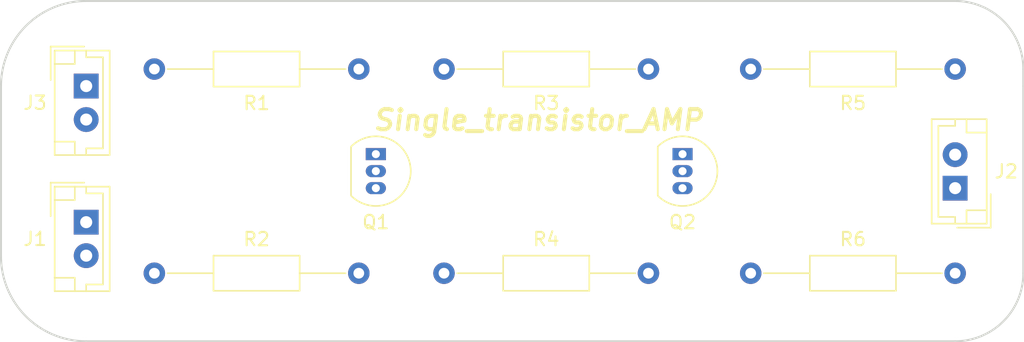
<source format=kicad_pcb>
(kicad_pcb (version 4) (host pcbnew 4.0.7)

  (general
    (links 17)
    (no_connects 17)
    (area 98.984999 76.124999 175.347143 101.675001)
    (thickness 1.6)
    (drawings 10)
    (tracks 0)
    (zones 0)
    (modules 11)
    (nets 8)
  )

  (page A4)
  (title_block
    (title Single_transistor_AMP)
    (date 2018-04-08)
    (rev V1.0)
    (company "Ventspils Augstskola")
    (comment 1 "Jevgēņijs Černovs")
    (comment 2 Autors:)
    (comment 3 "PCB_CAD Kurss")
  )

  (layers
    (0 F.Cu signal)
    (31 B.Cu signal)
    (34 B.Paste user)
    (35 F.Paste user)
    (37 F.SilkS user)
    (38 B.Mask user)
    (39 F.Mask user)
    (40 Dwgs.User user)
    (44 Edge.Cuts user)
    (45 Margin user)
    (47 F.CrtYd user)
  )

  (setup
    (last_trace_width 0.25)
    (trace_clearance 0.2)
    (zone_clearance 0.508)
    (zone_45_only no)
    (trace_min 0.2)
    (segment_width 0.2)
    (edge_width 0.15)
    (via_size 0.6)
    (via_drill 0.4)
    (via_min_size 0.4)
    (via_min_drill 0.3)
    (uvia_size 0.3)
    (uvia_drill 0.1)
    (uvias_allowed no)
    (uvia_min_size 0.2)
    (uvia_min_drill 0.1)
    (pcb_text_width 0.3)
    (pcb_text_size 1.5 1.5)
    (mod_edge_width 0.15)
    (mod_text_size 1 1)
    (mod_text_width 0.15)
    (pad_size 1.524 1.524)
    (pad_drill 0.762)
    (pad_to_mask_clearance 0.2)
    (aux_axis_origin 0 0)
    (visible_elements 7FFFFFFF)
    (pcbplotparams
      (layerselection 0x00030_80000001)
      (usegerberextensions false)
      (excludeedgelayer true)
      (linewidth 0.100000)
      (plotframeref false)
      (viasonmask false)
      (mode 1)
      (useauxorigin false)
      (hpglpennumber 1)
      (hpglpenspeed 20)
      (hpglpendiameter 15)
      (hpglpenoverlay 2)
      (psnegative false)
      (psa4output false)
      (plotreference true)
      (plotvalue true)
      (plotinvisibletext false)
      (padsonsilk false)
      (subtractmaskfromsilk false)
      (outputformat 1)
      (mirror false)
      (drillshape 1)
      (scaleselection 1)
      (outputdirectory ""))
  )

  (net 0 "")
  (net 1 "Net-(J1-Pad1)")
  (net 2 GND)
  (net 3 "Net-(J2-Pad2)")
  (net 4 +12V)
  (net 5 "Net-(Q1-Pad3)")
  (net 6 "Net-(Q1-Pad1)")
  (net 7 "Net-(Q2-Pad3)")

  (net_class Default "This is the default net class."
    (clearance 0.2)
    (trace_width 0.25)
    (via_dia 0.6)
    (via_drill 0.4)
    (uvia_dia 0.3)
    (uvia_drill 0.1)
    (add_net +12V)
    (add_net GND)
    (add_net "Net-(J1-Pad1)")
    (add_net "Net-(J2-Pad2)")
    (add_net "Net-(Q1-Pad1)")
    (add_net "Net-(Q1-Pad3)")
    (add_net "Net-(Q2-Pad3)")
  )

  (net_class Power ""
    (clearance 0.5)
    (trace_width 0.5)
    (via_dia 1.2)
    (via_drill 0.8)
    (uvia_dia 0.3)
    (uvia_drill 0.1)
  )

  (module Connectors_JST:JST_EH_B02B-EH-A_02x2.50mm_Straight (layer F.Cu) (tedit 58A3B0B5) (tstamp 5ACA0B47)
    (at 113.03 106.68 270)
    (descr "JST EH series connector, B02B-EH-A, 2.50mm pitch, top entry")
    (tags "connector jst eh top vertical straight")
    (path /5AAA3699)
    (fp_text reference J1 (at 1.25 3.81 360) (layer F.SilkS)
      (effects (font (size 1 1) (thickness 0.15)))
    )
    (fp_text value Signal_In (at 1.25 3.5 270) (layer F.Fab)
      (effects (font (size 1 1) (thickness 0.15)))
    )
    (fp_text user %R (at 1.25 -3 270) (layer F.Fab)
      (effects (font (size 1 1) (thickness 0.15)))
    )
    (fp_line (start -2.5 -1.6) (end -2.5 2.2) (layer F.Fab) (width 0.1))
    (fp_line (start -2.5 2.2) (end 5 2.2) (layer F.Fab) (width 0.1))
    (fp_line (start 5 2.2) (end 5 -1.6) (layer F.Fab) (width 0.1))
    (fp_line (start 5 -1.6) (end -2.5 -1.6) (layer F.Fab) (width 0.1))
    (fp_line (start -2.65 -1.75) (end -2.65 2.35) (layer F.SilkS) (width 0.12))
    (fp_line (start -2.65 2.35) (end 5.15 2.35) (layer F.SilkS) (width 0.12))
    (fp_line (start 5.15 2.35) (end 5.15 -1.75) (layer F.SilkS) (width 0.12))
    (fp_line (start 5.15 -1.75) (end -2.65 -1.75) (layer F.SilkS) (width 0.12))
    (fp_line (start -2.65 0) (end -2.15 0) (layer F.SilkS) (width 0.12))
    (fp_line (start -2.15 0) (end -2.15 -1.25) (layer F.SilkS) (width 0.12))
    (fp_line (start -2.15 -1.25) (end 4.65 -1.25) (layer F.SilkS) (width 0.12))
    (fp_line (start 4.65 -1.25) (end 4.65 0) (layer F.SilkS) (width 0.12))
    (fp_line (start 4.65 0) (end 5.15 0) (layer F.SilkS) (width 0.12))
    (fp_line (start -2.65 0.85) (end -1.65 0.85) (layer F.SilkS) (width 0.12))
    (fp_line (start -1.65 0.85) (end -1.65 2.35) (layer F.SilkS) (width 0.12))
    (fp_line (start 5.15 0.85) (end 4.15 0.85) (layer F.SilkS) (width 0.12))
    (fp_line (start 4.15 0.85) (end 4.15 2.35) (layer F.SilkS) (width 0.12))
    (fp_line (start -2.95 0.15) (end -2.95 2.65) (layer F.SilkS) (width 0.12))
    (fp_line (start -2.95 2.65) (end -0.45 2.65) (layer F.SilkS) (width 0.12))
    (fp_line (start -2.95 0.15) (end -2.95 2.65) (layer F.Fab) (width 0.1))
    (fp_line (start -2.95 2.65) (end -0.45 2.65) (layer F.Fab) (width 0.1))
    (fp_line (start -3.15 -2.25) (end -3.15 2.85) (layer F.CrtYd) (width 0.05))
    (fp_line (start -3.15 2.85) (end 5.65 2.85) (layer F.CrtYd) (width 0.05))
    (fp_line (start 5.65 2.85) (end 5.65 -2.25) (layer F.CrtYd) (width 0.05))
    (fp_line (start 5.65 -2.25) (end -3.15 -2.25) (layer F.CrtYd) (width 0.05))
    (pad 1 thru_hole rect (at 0 0 270) (size 1.85 1.85) (drill 0.9) (layers *.Cu *.Mask)
      (net 1 "Net-(J1-Pad1)"))
    (pad 2 thru_hole circle (at 2.5 0 270) (size 1.85 1.85) (drill 0.9) (layers *.Cu *.Mask)
      (net 2 GND))
    (model Connectors_JST.3dshapes/JST_EH_B02B-EH-A_02x2.50mm_Straight.wrl
      (at (xyz 0 0 0))
      (scale (xyz 1 1 1))
      (rotate (xyz 0 0 0))
    )
  )

  (module Connectors_JST:JST_EH_B02B-EH-A_02x2.50mm_Straight (layer F.Cu) (tedit 58A3B0B5) (tstamp 5ACA0B67)
    (at 177.8 104.14 90)
    (descr "JST EH series connector, B02B-EH-A, 2.50mm pitch, top entry")
    (tags "connector jst eh top vertical straight")
    (path /5AAA36ED)
    (fp_text reference J2 (at 1.25 3.81 180) (layer F.SilkS)
      (effects (font (size 1 1) (thickness 0.15)))
    )
    (fp_text value Signal_Out (at 1.25 3.5 90) (layer F.Fab)
      (effects (font (size 1 1) (thickness 0.15)))
    )
    (fp_text user %R (at 1.25 -3 90) (layer F.Fab)
      (effects (font (size 1 1) (thickness 0.15)))
    )
    (fp_line (start -2.5 -1.6) (end -2.5 2.2) (layer F.Fab) (width 0.1))
    (fp_line (start -2.5 2.2) (end 5 2.2) (layer F.Fab) (width 0.1))
    (fp_line (start 5 2.2) (end 5 -1.6) (layer F.Fab) (width 0.1))
    (fp_line (start 5 -1.6) (end -2.5 -1.6) (layer F.Fab) (width 0.1))
    (fp_line (start -2.65 -1.75) (end -2.65 2.35) (layer F.SilkS) (width 0.12))
    (fp_line (start -2.65 2.35) (end 5.15 2.35) (layer F.SilkS) (width 0.12))
    (fp_line (start 5.15 2.35) (end 5.15 -1.75) (layer F.SilkS) (width 0.12))
    (fp_line (start 5.15 -1.75) (end -2.65 -1.75) (layer F.SilkS) (width 0.12))
    (fp_line (start -2.65 0) (end -2.15 0) (layer F.SilkS) (width 0.12))
    (fp_line (start -2.15 0) (end -2.15 -1.25) (layer F.SilkS) (width 0.12))
    (fp_line (start -2.15 -1.25) (end 4.65 -1.25) (layer F.SilkS) (width 0.12))
    (fp_line (start 4.65 -1.25) (end 4.65 0) (layer F.SilkS) (width 0.12))
    (fp_line (start 4.65 0) (end 5.15 0) (layer F.SilkS) (width 0.12))
    (fp_line (start -2.65 0.85) (end -1.65 0.85) (layer F.SilkS) (width 0.12))
    (fp_line (start -1.65 0.85) (end -1.65 2.35) (layer F.SilkS) (width 0.12))
    (fp_line (start 5.15 0.85) (end 4.15 0.85) (layer F.SilkS) (width 0.12))
    (fp_line (start 4.15 0.85) (end 4.15 2.35) (layer F.SilkS) (width 0.12))
    (fp_line (start -2.95 0.15) (end -2.95 2.65) (layer F.SilkS) (width 0.12))
    (fp_line (start -2.95 2.65) (end -0.45 2.65) (layer F.SilkS) (width 0.12))
    (fp_line (start -2.95 0.15) (end -2.95 2.65) (layer F.Fab) (width 0.1))
    (fp_line (start -2.95 2.65) (end -0.45 2.65) (layer F.Fab) (width 0.1))
    (fp_line (start -3.15 -2.25) (end -3.15 2.85) (layer F.CrtYd) (width 0.05))
    (fp_line (start -3.15 2.85) (end 5.65 2.85) (layer F.CrtYd) (width 0.05))
    (fp_line (start 5.65 2.85) (end 5.65 -2.25) (layer F.CrtYd) (width 0.05))
    (fp_line (start 5.65 -2.25) (end -3.15 -2.25) (layer F.CrtYd) (width 0.05))
    (pad 1 thru_hole rect (at 0 0 90) (size 1.85 1.85) (drill 0.9) (layers *.Cu *.Mask)
      (net 2 GND))
    (pad 2 thru_hole circle (at 2.5 0 90) (size 1.85 1.85) (drill 0.9) (layers *.Cu *.Mask)
      (net 3 "Net-(J2-Pad2)"))
    (model Connectors_JST.3dshapes/JST_EH_B02B-EH-A_02x2.50mm_Straight.wrl
      (at (xyz 0 0 0))
      (scale (xyz 1 1 1))
      (rotate (xyz 0 0 0))
    )
  )

  (module Connectors_JST:JST_EH_B02B-EH-A_02x2.50mm_Straight (layer F.Cu) (tedit 58A3B0B5) (tstamp 5ACA0B87)
    (at 113.03 96.52 270)
    (descr "JST EH series connector, B02B-EH-A, 2.50mm pitch, top entry")
    (tags "connector jst eh top vertical straight")
    (path /5AAA3C4A)
    (fp_text reference J3 (at 1.25 3.81 360) (layer F.SilkS)
      (effects (font (size 1 1) (thickness 0.15)))
    )
    (fp_text value PWN_Conn (at 1.25 3.5 270) (layer F.Fab)
      (effects (font (size 1 1) (thickness 0.15)))
    )
    (fp_text user %R (at 1.25 -3 270) (layer F.Fab)
      (effects (font (size 1 1) (thickness 0.15)))
    )
    (fp_line (start -2.5 -1.6) (end -2.5 2.2) (layer F.Fab) (width 0.1))
    (fp_line (start -2.5 2.2) (end 5 2.2) (layer F.Fab) (width 0.1))
    (fp_line (start 5 2.2) (end 5 -1.6) (layer F.Fab) (width 0.1))
    (fp_line (start 5 -1.6) (end -2.5 -1.6) (layer F.Fab) (width 0.1))
    (fp_line (start -2.65 -1.75) (end -2.65 2.35) (layer F.SilkS) (width 0.12))
    (fp_line (start -2.65 2.35) (end 5.15 2.35) (layer F.SilkS) (width 0.12))
    (fp_line (start 5.15 2.35) (end 5.15 -1.75) (layer F.SilkS) (width 0.12))
    (fp_line (start 5.15 -1.75) (end -2.65 -1.75) (layer F.SilkS) (width 0.12))
    (fp_line (start -2.65 0) (end -2.15 0) (layer F.SilkS) (width 0.12))
    (fp_line (start -2.15 0) (end -2.15 -1.25) (layer F.SilkS) (width 0.12))
    (fp_line (start -2.15 -1.25) (end 4.65 -1.25) (layer F.SilkS) (width 0.12))
    (fp_line (start 4.65 -1.25) (end 4.65 0) (layer F.SilkS) (width 0.12))
    (fp_line (start 4.65 0) (end 5.15 0) (layer F.SilkS) (width 0.12))
    (fp_line (start -2.65 0.85) (end -1.65 0.85) (layer F.SilkS) (width 0.12))
    (fp_line (start -1.65 0.85) (end -1.65 2.35) (layer F.SilkS) (width 0.12))
    (fp_line (start 5.15 0.85) (end 4.15 0.85) (layer F.SilkS) (width 0.12))
    (fp_line (start 4.15 0.85) (end 4.15 2.35) (layer F.SilkS) (width 0.12))
    (fp_line (start -2.95 0.15) (end -2.95 2.65) (layer F.SilkS) (width 0.12))
    (fp_line (start -2.95 2.65) (end -0.45 2.65) (layer F.SilkS) (width 0.12))
    (fp_line (start -2.95 0.15) (end -2.95 2.65) (layer F.Fab) (width 0.1))
    (fp_line (start -2.95 2.65) (end -0.45 2.65) (layer F.Fab) (width 0.1))
    (fp_line (start -3.15 -2.25) (end -3.15 2.85) (layer F.CrtYd) (width 0.05))
    (fp_line (start -3.15 2.85) (end 5.65 2.85) (layer F.CrtYd) (width 0.05))
    (fp_line (start 5.65 2.85) (end 5.65 -2.25) (layer F.CrtYd) (width 0.05))
    (fp_line (start 5.65 -2.25) (end -3.15 -2.25) (layer F.CrtYd) (width 0.05))
    (pad 1 thru_hole rect (at 0 0 270) (size 1.85 1.85) (drill 0.9) (layers *.Cu *.Mask)
      (net 4 +12V))
    (pad 2 thru_hole circle (at 2.5 0 270) (size 1.85 1.85) (drill 0.9) (layers *.Cu *.Mask)
      (net 2 GND))
    (model Connectors_JST.3dshapes/JST_EH_B02B-EH-A_02x2.50mm_Straight.wrl
      (at (xyz 0 0 0))
      (scale (xyz 1 1 1))
      (rotate (xyz 0 0 0))
    )
  )

  (module TO_SOT_Packages_THT:TO-92_Inline_Narrow_Oval (layer F.Cu) (tedit 58CE52AF) (tstamp 5ACA0B99)
    (at 134.62 101.6 270)
    (descr "TO-92 leads in-line, narrow, oval pads, drill 0.6mm (see NXP sot054_po.pdf)")
    (tags "to-92 sc-43 sc-43a sot54 PA33 transistor")
    (path /5AAA31DA)
    (fp_text reference Q1 (at 5.08 0 360) (layer F.SilkS)
      (effects (font (size 1 1) (thickness 0.15)))
    )
    (fp_text value BC548 (at 1.27 2.79 270) (layer F.Fab)
      (effects (font (size 1 1) (thickness 0.15)))
    )
    (fp_text user %R (at 1.27 -3.56 270) (layer F.Fab)
      (effects (font (size 1 1) (thickness 0.15)))
    )
    (fp_line (start -0.53 1.85) (end 3.07 1.85) (layer F.SilkS) (width 0.12))
    (fp_line (start -0.5 1.75) (end 3 1.75) (layer F.Fab) (width 0.1))
    (fp_line (start -1.46 -2.73) (end 4 -2.73) (layer F.CrtYd) (width 0.05))
    (fp_line (start -1.46 -2.73) (end -1.46 2.01) (layer F.CrtYd) (width 0.05))
    (fp_line (start 4 2.01) (end 4 -2.73) (layer F.CrtYd) (width 0.05))
    (fp_line (start 4 2.01) (end -1.46 2.01) (layer F.CrtYd) (width 0.05))
    (fp_arc (start 1.27 0) (end 1.27 -2.48) (angle 135) (layer F.Fab) (width 0.1))
    (fp_arc (start 1.27 0) (end 1.27 -2.6) (angle -135) (layer F.SilkS) (width 0.12))
    (fp_arc (start 1.27 0) (end 1.27 -2.48) (angle -135) (layer F.Fab) (width 0.1))
    (fp_arc (start 1.27 0) (end 1.27 -2.6) (angle 135) (layer F.SilkS) (width 0.12))
    (pad 2 thru_hole oval (at 1.27 0 90) (size 0.9 1.5) (drill 0.6) (layers *.Cu *.Mask)
      (net 1 "Net-(J1-Pad1)"))
    (pad 3 thru_hole oval (at 2.54 0 90) (size 0.9 1.5) (drill 0.6) (layers *.Cu *.Mask)
      (net 5 "Net-(Q1-Pad3)"))
    (pad 1 thru_hole rect (at 0 0 90) (size 0.9 1.5) (drill 0.6) (layers *.Cu *.Mask)
      (net 6 "Net-(Q1-Pad1)"))
    (model ${KISYS3DMOD}/TO_SOT_Packages_THT.3dshapes/TO-92_Inline_Narrow_Oval.wrl
      (at (xyz 0.05 0 0))
      (scale (xyz 1 1 1))
      (rotate (xyz 0 0 -90))
    )
  )

  (module TO_SOT_Packages_THT:TO-92_Inline_Narrow_Oval (layer F.Cu) (tedit 58CE52AF) (tstamp 5ACA0BAB)
    (at 157.48 101.6 270)
    (descr "TO-92 leads in-line, narrow, oval pads, drill 0.6mm (see NXP sot054_po.pdf)")
    (tags "to-92 sc-43 sc-43a sot54 PA33 transistor")
    (path /5AAA3203)
    (fp_text reference Q2 (at 5.08 0 360) (layer F.SilkS)
      (effects (font (size 1 1) (thickness 0.15)))
    )
    (fp_text value BC548 (at 1.27 2.79 270) (layer F.Fab)
      (effects (font (size 1 1) (thickness 0.15)))
    )
    (fp_text user %R (at 1.27 -3.56 270) (layer F.Fab)
      (effects (font (size 1 1) (thickness 0.15)))
    )
    (fp_line (start -0.53 1.85) (end 3.07 1.85) (layer F.SilkS) (width 0.12))
    (fp_line (start -0.5 1.75) (end 3 1.75) (layer F.Fab) (width 0.1))
    (fp_line (start -1.46 -2.73) (end 4 -2.73) (layer F.CrtYd) (width 0.05))
    (fp_line (start -1.46 -2.73) (end -1.46 2.01) (layer F.CrtYd) (width 0.05))
    (fp_line (start 4 2.01) (end 4 -2.73) (layer F.CrtYd) (width 0.05))
    (fp_line (start 4 2.01) (end -1.46 2.01) (layer F.CrtYd) (width 0.05))
    (fp_arc (start 1.27 0) (end 1.27 -2.48) (angle 135) (layer F.Fab) (width 0.1))
    (fp_arc (start 1.27 0) (end 1.27 -2.6) (angle -135) (layer F.SilkS) (width 0.12))
    (fp_arc (start 1.27 0) (end 1.27 -2.48) (angle -135) (layer F.Fab) (width 0.1))
    (fp_arc (start 1.27 0) (end 1.27 -2.6) (angle 135) (layer F.SilkS) (width 0.12))
    (pad 2 thru_hole oval (at 1.27 0 90) (size 0.9 1.5) (drill 0.6) (layers *.Cu *.Mask)
      (net 6 "Net-(Q1-Pad1)"))
    (pad 3 thru_hole oval (at 2.54 0 90) (size 0.9 1.5) (drill 0.6) (layers *.Cu *.Mask)
      (net 7 "Net-(Q2-Pad3)"))
    (pad 1 thru_hole rect (at 0 0 90) (size 0.9 1.5) (drill 0.6) (layers *.Cu *.Mask)
      (net 3 "Net-(J2-Pad2)"))
    (model ${KISYS3DMOD}/TO_SOT_Packages_THT.3dshapes/TO-92_Inline_Narrow_Oval.wrl
      (at (xyz 0.05 0 0))
      (scale (xyz 1 1 1))
      (rotate (xyz 0 0 -90))
    )
  )

  (module Resistors_THT:R_Axial_DIN0207_L6.3mm_D2.5mm_P15.24mm_Horizontal (layer F.Cu) (tedit 5874F706) (tstamp 5ACA0BC1)
    (at 118.11 95.25)
    (descr "Resistor, Axial_DIN0207 series, Axial, Horizontal, pin pitch=15.24mm, 0.25W = 1/4W, length*diameter=6.3*2.5mm^2, http://cdn-reichelt.de/documents/datenblatt/B400/1_4W%23YAG.pdf")
    (tags "Resistor Axial_DIN0207 series Axial Horizontal pin pitch 15.24mm 0.25W = 1/4W length 6.3mm diameter 2.5mm")
    (path /5AAA3013)
    (fp_text reference R1 (at 7.62 2.54) (layer F.SilkS)
      (effects (font (size 1 1) (thickness 0.15)))
    )
    (fp_text value 33k (at 7.62 2.31) (layer F.Fab)
      (effects (font (size 1 1) (thickness 0.15)))
    )
    (fp_line (start 4.47 -1.25) (end 4.47 1.25) (layer F.Fab) (width 0.1))
    (fp_line (start 4.47 1.25) (end 10.77 1.25) (layer F.Fab) (width 0.1))
    (fp_line (start 10.77 1.25) (end 10.77 -1.25) (layer F.Fab) (width 0.1))
    (fp_line (start 10.77 -1.25) (end 4.47 -1.25) (layer F.Fab) (width 0.1))
    (fp_line (start 0 0) (end 4.47 0) (layer F.Fab) (width 0.1))
    (fp_line (start 15.24 0) (end 10.77 0) (layer F.Fab) (width 0.1))
    (fp_line (start 4.41 -1.31) (end 4.41 1.31) (layer F.SilkS) (width 0.12))
    (fp_line (start 4.41 1.31) (end 10.83 1.31) (layer F.SilkS) (width 0.12))
    (fp_line (start 10.83 1.31) (end 10.83 -1.31) (layer F.SilkS) (width 0.12))
    (fp_line (start 10.83 -1.31) (end 4.41 -1.31) (layer F.SilkS) (width 0.12))
    (fp_line (start 0.98 0) (end 4.41 0) (layer F.SilkS) (width 0.12))
    (fp_line (start 14.26 0) (end 10.83 0) (layer F.SilkS) (width 0.12))
    (fp_line (start -1.05 -1.6) (end -1.05 1.6) (layer F.CrtYd) (width 0.05))
    (fp_line (start -1.05 1.6) (end 16.3 1.6) (layer F.CrtYd) (width 0.05))
    (fp_line (start 16.3 1.6) (end 16.3 -1.6) (layer F.CrtYd) (width 0.05))
    (fp_line (start 16.3 -1.6) (end -1.05 -1.6) (layer F.CrtYd) (width 0.05))
    (pad 1 thru_hole circle (at 0 0) (size 1.6 1.6) (drill 0.8) (layers *.Cu *.Mask)
      (net 4 +12V))
    (pad 2 thru_hole oval (at 15.24 0) (size 1.6 1.6) (drill 0.8) (layers *.Cu *.Mask)
      (net 1 "Net-(J1-Pad1)"))
    (model ${KISYS3DMOD}/Resistors_THT.3dshapes/R_Axial_DIN0207_L6.3mm_D2.5mm_P15.24mm_Horizontal.wrl
      (at (xyz 0 0 0))
      (scale (xyz 0.393701 0.393701 0.393701))
      (rotate (xyz 0 0 0))
    )
  )

  (module Resistors_THT:R_Axial_DIN0207_L6.3mm_D2.5mm_P15.24mm_Horizontal (layer F.Cu) (tedit 5874F706) (tstamp 5ACA0BD7)
    (at 133.35 110.49 180)
    (descr "Resistor, Axial_DIN0207 series, Axial, Horizontal, pin pitch=15.24mm, 0.25W = 1/4W, length*diameter=6.3*2.5mm^2, http://cdn-reichelt.de/documents/datenblatt/B400/1_4W%23YAG.pdf")
    (tags "Resistor Axial_DIN0207 series Axial Horizontal pin pitch 15.24mm 0.25W = 1/4W length 6.3mm diameter 2.5mm")
    (path /5AAA30DF)
    (fp_text reference R2 (at 7.62 2.54 180) (layer F.SilkS)
      (effects (font (size 1 1) (thickness 0.15)))
    )
    (fp_text value 6k8 (at 7.62 2.31 180) (layer F.Fab)
      (effects (font (size 1 1) (thickness 0.15)))
    )
    (fp_line (start 4.47 -1.25) (end 4.47 1.25) (layer F.Fab) (width 0.1))
    (fp_line (start 4.47 1.25) (end 10.77 1.25) (layer F.Fab) (width 0.1))
    (fp_line (start 10.77 1.25) (end 10.77 -1.25) (layer F.Fab) (width 0.1))
    (fp_line (start 10.77 -1.25) (end 4.47 -1.25) (layer F.Fab) (width 0.1))
    (fp_line (start 0 0) (end 4.47 0) (layer F.Fab) (width 0.1))
    (fp_line (start 15.24 0) (end 10.77 0) (layer F.Fab) (width 0.1))
    (fp_line (start 4.41 -1.31) (end 4.41 1.31) (layer F.SilkS) (width 0.12))
    (fp_line (start 4.41 1.31) (end 10.83 1.31) (layer F.SilkS) (width 0.12))
    (fp_line (start 10.83 1.31) (end 10.83 -1.31) (layer F.SilkS) (width 0.12))
    (fp_line (start 10.83 -1.31) (end 4.41 -1.31) (layer F.SilkS) (width 0.12))
    (fp_line (start 0.98 0) (end 4.41 0) (layer F.SilkS) (width 0.12))
    (fp_line (start 14.26 0) (end 10.83 0) (layer F.SilkS) (width 0.12))
    (fp_line (start -1.05 -1.6) (end -1.05 1.6) (layer F.CrtYd) (width 0.05))
    (fp_line (start -1.05 1.6) (end 16.3 1.6) (layer F.CrtYd) (width 0.05))
    (fp_line (start 16.3 1.6) (end 16.3 -1.6) (layer F.CrtYd) (width 0.05))
    (fp_line (start 16.3 -1.6) (end -1.05 -1.6) (layer F.CrtYd) (width 0.05))
    (pad 1 thru_hole circle (at 0 0 180) (size 1.6 1.6) (drill 0.8) (layers *.Cu *.Mask)
      (net 1 "Net-(J1-Pad1)"))
    (pad 2 thru_hole oval (at 15.24 0 180) (size 1.6 1.6) (drill 0.8) (layers *.Cu *.Mask)
      (net 2 GND))
    (model ${KISYS3DMOD}/Resistors_THT.3dshapes/R_Axial_DIN0207_L6.3mm_D2.5mm_P15.24mm_Horizontal.wrl
      (at (xyz 0 0 0))
      (scale (xyz 0.393701 0.393701 0.393701))
      (rotate (xyz 0 0 0))
    )
  )

  (module Resistors_THT:R_Axial_DIN0207_L6.3mm_D2.5mm_P15.24mm_Horizontal (layer F.Cu) (tedit 5874F706) (tstamp 5ACA0BED)
    (at 154.94 95.25 180)
    (descr "Resistor, Axial_DIN0207 series, Axial, Horizontal, pin pitch=15.24mm, 0.25W = 1/4W, length*diameter=6.3*2.5mm^2, http://cdn-reichelt.de/documents/datenblatt/B400/1_4W%23YAG.pdf")
    (tags "Resistor Axial_DIN0207 series Axial Horizontal pin pitch 15.24mm 0.25W = 1/4W length 6.3mm diameter 2.5mm")
    (path /5AAA3102)
    (fp_text reference R3 (at 7.62 -2.54 180) (layer F.SilkS)
      (effects (font (size 1 1) (thickness 0.15)))
    )
    (fp_text value 6k8 (at 7.62 2.31 180) (layer F.Fab)
      (effects (font (size 1 1) (thickness 0.15)))
    )
    (fp_line (start 4.47 -1.25) (end 4.47 1.25) (layer F.Fab) (width 0.1))
    (fp_line (start 4.47 1.25) (end 10.77 1.25) (layer F.Fab) (width 0.1))
    (fp_line (start 10.77 1.25) (end 10.77 -1.25) (layer F.Fab) (width 0.1))
    (fp_line (start 10.77 -1.25) (end 4.47 -1.25) (layer F.Fab) (width 0.1))
    (fp_line (start 0 0) (end 4.47 0) (layer F.Fab) (width 0.1))
    (fp_line (start 15.24 0) (end 10.77 0) (layer F.Fab) (width 0.1))
    (fp_line (start 4.41 -1.31) (end 4.41 1.31) (layer F.SilkS) (width 0.12))
    (fp_line (start 4.41 1.31) (end 10.83 1.31) (layer F.SilkS) (width 0.12))
    (fp_line (start 10.83 1.31) (end 10.83 -1.31) (layer F.SilkS) (width 0.12))
    (fp_line (start 10.83 -1.31) (end 4.41 -1.31) (layer F.SilkS) (width 0.12))
    (fp_line (start 0.98 0) (end 4.41 0) (layer F.SilkS) (width 0.12))
    (fp_line (start 14.26 0) (end 10.83 0) (layer F.SilkS) (width 0.12))
    (fp_line (start -1.05 -1.6) (end -1.05 1.6) (layer F.CrtYd) (width 0.05))
    (fp_line (start -1.05 1.6) (end 16.3 1.6) (layer F.CrtYd) (width 0.05))
    (fp_line (start 16.3 1.6) (end 16.3 -1.6) (layer F.CrtYd) (width 0.05))
    (fp_line (start 16.3 -1.6) (end -1.05 -1.6) (layer F.CrtYd) (width 0.05))
    (pad 1 thru_hole circle (at 0 0 180) (size 1.6 1.6) (drill 0.8) (layers *.Cu *.Mask)
      (net 4 +12V))
    (pad 2 thru_hole oval (at 15.24 0 180) (size 1.6 1.6) (drill 0.8) (layers *.Cu *.Mask)
      (net 6 "Net-(Q1-Pad1)"))
    (model ${KISYS3DMOD}/Resistors_THT.3dshapes/R_Axial_DIN0207_L6.3mm_D2.5mm_P15.24mm_Horizontal.wrl
      (at (xyz 0 0 0))
      (scale (xyz 0.393701 0.393701 0.393701))
      (rotate (xyz 0 0 0))
    )
  )

  (module Resistors_THT:R_Axial_DIN0207_L6.3mm_D2.5mm_P15.24mm_Horizontal (layer F.Cu) (tedit 5874F706) (tstamp 5ACA0C03)
    (at 139.7 110.49)
    (descr "Resistor, Axial_DIN0207 series, Axial, Horizontal, pin pitch=15.24mm, 0.25W = 1/4W, length*diameter=6.3*2.5mm^2, http://cdn-reichelt.de/documents/datenblatt/B400/1_4W%23YAG.pdf")
    (tags "Resistor Axial_DIN0207 series Axial Horizontal pin pitch 15.24mm 0.25W = 1/4W length 6.3mm diameter 2.5mm")
    (path /5AAA314B)
    (fp_text reference R4 (at 7.62 -2.54) (layer F.SilkS)
      (effects (font (size 1 1) (thickness 0.15)))
    )
    (fp_text value 1k (at 7.62 2.31) (layer F.Fab)
      (effects (font (size 1 1) (thickness 0.15)))
    )
    (fp_line (start 4.47 -1.25) (end 4.47 1.25) (layer F.Fab) (width 0.1))
    (fp_line (start 4.47 1.25) (end 10.77 1.25) (layer F.Fab) (width 0.1))
    (fp_line (start 10.77 1.25) (end 10.77 -1.25) (layer F.Fab) (width 0.1))
    (fp_line (start 10.77 -1.25) (end 4.47 -1.25) (layer F.Fab) (width 0.1))
    (fp_line (start 0 0) (end 4.47 0) (layer F.Fab) (width 0.1))
    (fp_line (start 15.24 0) (end 10.77 0) (layer F.Fab) (width 0.1))
    (fp_line (start 4.41 -1.31) (end 4.41 1.31) (layer F.SilkS) (width 0.12))
    (fp_line (start 4.41 1.31) (end 10.83 1.31) (layer F.SilkS) (width 0.12))
    (fp_line (start 10.83 1.31) (end 10.83 -1.31) (layer F.SilkS) (width 0.12))
    (fp_line (start 10.83 -1.31) (end 4.41 -1.31) (layer F.SilkS) (width 0.12))
    (fp_line (start 0.98 0) (end 4.41 0) (layer F.SilkS) (width 0.12))
    (fp_line (start 14.26 0) (end 10.83 0) (layer F.SilkS) (width 0.12))
    (fp_line (start -1.05 -1.6) (end -1.05 1.6) (layer F.CrtYd) (width 0.05))
    (fp_line (start -1.05 1.6) (end 16.3 1.6) (layer F.CrtYd) (width 0.05))
    (fp_line (start 16.3 1.6) (end 16.3 -1.6) (layer F.CrtYd) (width 0.05))
    (fp_line (start 16.3 -1.6) (end -1.05 -1.6) (layer F.CrtYd) (width 0.05))
    (pad 1 thru_hole circle (at 0 0) (size 1.6 1.6) (drill 0.8) (layers *.Cu *.Mask)
      (net 5 "Net-(Q1-Pad3)"))
    (pad 2 thru_hole oval (at 15.24 0) (size 1.6 1.6) (drill 0.8) (layers *.Cu *.Mask)
      (net 2 GND))
    (model ${KISYS3DMOD}/Resistors_THT.3dshapes/R_Axial_DIN0207_L6.3mm_D2.5mm_P15.24mm_Horizontal.wrl
      (at (xyz 0 0 0))
      (scale (xyz 0.393701 0.393701 0.393701))
      (rotate (xyz 0 0 0))
    )
  )

  (module Resistors_THT:R_Axial_DIN0207_L6.3mm_D2.5mm_P15.24mm_Horizontal (layer F.Cu) (tedit 5874F706) (tstamp 5ACA0C19)
    (at 162.56 95.25)
    (descr "Resistor, Axial_DIN0207 series, Axial, Horizontal, pin pitch=15.24mm, 0.25W = 1/4W, length*diameter=6.3*2.5mm^2, http://cdn-reichelt.de/documents/datenblatt/B400/1_4W%23YAG.pdf")
    (tags "Resistor Axial_DIN0207 series Axial Horizontal pin pitch 15.24mm 0.25W = 1/4W length 6.3mm diameter 2.5mm")
    (path /5AAA3174)
    (fp_text reference R5 (at 7.62 2.54) (layer F.SilkS)
      (effects (font (size 1 1) (thickness 0.15)))
    )
    (fp_text value 820 (at 7.62 2.31) (layer F.Fab)
      (effects (font (size 1 1) (thickness 0.15)))
    )
    (fp_line (start 4.47 -1.25) (end 4.47 1.25) (layer F.Fab) (width 0.1))
    (fp_line (start 4.47 1.25) (end 10.77 1.25) (layer F.Fab) (width 0.1))
    (fp_line (start 10.77 1.25) (end 10.77 -1.25) (layer F.Fab) (width 0.1))
    (fp_line (start 10.77 -1.25) (end 4.47 -1.25) (layer F.Fab) (width 0.1))
    (fp_line (start 0 0) (end 4.47 0) (layer F.Fab) (width 0.1))
    (fp_line (start 15.24 0) (end 10.77 0) (layer F.Fab) (width 0.1))
    (fp_line (start 4.41 -1.31) (end 4.41 1.31) (layer F.SilkS) (width 0.12))
    (fp_line (start 4.41 1.31) (end 10.83 1.31) (layer F.SilkS) (width 0.12))
    (fp_line (start 10.83 1.31) (end 10.83 -1.31) (layer F.SilkS) (width 0.12))
    (fp_line (start 10.83 -1.31) (end 4.41 -1.31) (layer F.SilkS) (width 0.12))
    (fp_line (start 0.98 0) (end 4.41 0) (layer F.SilkS) (width 0.12))
    (fp_line (start 14.26 0) (end 10.83 0) (layer F.SilkS) (width 0.12))
    (fp_line (start -1.05 -1.6) (end -1.05 1.6) (layer F.CrtYd) (width 0.05))
    (fp_line (start -1.05 1.6) (end 16.3 1.6) (layer F.CrtYd) (width 0.05))
    (fp_line (start 16.3 1.6) (end 16.3 -1.6) (layer F.CrtYd) (width 0.05))
    (fp_line (start 16.3 -1.6) (end -1.05 -1.6) (layer F.CrtYd) (width 0.05))
    (pad 1 thru_hole circle (at 0 0) (size 1.6 1.6) (drill 0.8) (layers *.Cu *.Mask)
      (net 4 +12V))
    (pad 2 thru_hole oval (at 15.24 0) (size 1.6 1.6) (drill 0.8) (layers *.Cu *.Mask)
      (net 3 "Net-(J2-Pad2)"))
    (model ${KISYS3DMOD}/Resistors_THT.3dshapes/R_Axial_DIN0207_L6.3mm_D2.5mm_P15.24mm_Horizontal.wrl
      (at (xyz 0 0 0))
      (scale (xyz 0.393701 0.393701 0.393701))
      (rotate (xyz 0 0 0))
    )
  )

  (module Resistors_THT:R_Axial_DIN0207_L6.3mm_D2.5mm_P15.24mm_Horizontal (layer F.Cu) (tedit 5874F706) (tstamp 5ACA0C2F)
    (at 162.56 110.49)
    (descr "Resistor, Axial_DIN0207 series, Axial, Horizontal, pin pitch=15.24mm, 0.25W = 1/4W, length*diameter=6.3*2.5mm^2, http://cdn-reichelt.de/documents/datenblatt/B400/1_4W%23YAG.pdf")
    (tags "Resistor Axial_DIN0207 series Axial Horizontal pin pitch 15.24mm 0.25W = 1/4W length 6.3mm diameter 2.5mm")
    (path /5AAA319D)
    (fp_text reference R6 (at 7.62 -2.54) (layer F.SilkS)
      (effects (font (size 1 1) (thickness 0.15)))
    )
    (fp_text value 470 (at 7.62 2.31) (layer F.Fab)
      (effects (font (size 1 1) (thickness 0.15)))
    )
    (fp_line (start 4.47 -1.25) (end 4.47 1.25) (layer F.Fab) (width 0.1))
    (fp_line (start 4.47 1.25) (end 10.77 1.25) (layer F.Fab) (width 0.1))
    (fp_line (start 10.77 1.25) (end 10.77 -1.25) (layer F.Fab) (width 0.1))
    (fp_line (start 10.77 -1.25) (end 4.47 -1.25) (layer F.Fab) (width 0.1))
    (fp_line (start 0 0) (end 4.47 0) (layer F.Fab) (width 0.1))
    (fp_line (start 15.24 0) (end 10.77 0) (layer F.Fab) (width 0.1))
    (fp_line (start 4.41 -1.31) (end 4.41 1.31) (layer F.SilkS) (width 0.12))
    (fp_line (start 4.41 1.31) (end 10.83 1.31) (layer F.SilkS) (width 0.12))
    (fp_line (start 10.83 1.31) (end 10.83 -1.31) (layer F.SilkS) (width 0.12))
    (fp_line (start 10.83 -1.31) (end 4.41 -1.31) (layer F.SilkS) (width 0.12))
    (fp_line (start 0.98 0) (end 4.41 0) (layer F.SilkS) (width 0.12))
    (fp_line (start 14.26 0) (end 10.83 0) (layer F.SilkS) (width 0.12))
    (fp_line (start -1.05 -1.6) (end -1.05 1.6) (layer F.CrtYd) (width 0.05))
    (fp_line (start -1.05 1.6) (end 16.3 1.6) (layer F.CrtYd) (width 0.05))
    (fp_line (start 16.3 1.6) (end 16.3 -1.6) (layer F.CrtYd) (width 0.05))
    (fp_line (start 16.3 -1.6) (end -1.05 -1.6) (layer F.CrtYd) (width 0.05))
    (pad 1 thru_hole circle (at 0 0) (size 1.6 1.6) (drill 0.8) (layers *.Cu *.Mask)
      (net 7 "Net-(Q2-Pad3)"))
    (pad 2 thru_hole oval (at 15.24 0) (size 1.6 1.6) (drill 0.8) (layers *.Cu *.Mask)
      (net 2 GND))
    (model ${KISYS3DMOD}/Resistors_THT.3dshapes/R_Axial_DIN0207_L6.3mm_D2.5mm_P15.24mm_Horizontal.wrl
      (at (xyz 0 0 0))
      (scale (xyz 0.393701 0.393701 0.393701))
      (rotate (xyz 0 0 0))
    )
  )

  (gr_text "Single_transistor_AMP " (at 147.32 99.06) (layer F.SilkS)
    (effects (font (size 1.5 1.5) (thickness 0.3) italic))
  )
  (gr_arc (start 113.03 96.52) (end 106.68 96.52) (angle 90) (layer Edge.Cuts) (width 0.15))
  (gr_line (start 177.8 90.17) (end 113.03 90.17) (layer Edge.Cuts) (width 0.15))
  (gr_arc (start 177.8 95.25) (end 177.8 90.17) (angle 90) (layer Edge.Cuts) (width 0.15))
  (gr_line (start 182.88 96.52) (end 182.88 95.25) (layer Edge.Cuts) (width 0.15))
  (gr_line (start 182.88 110.49) (end 182.88 96.52) (layer Edge.Cuts) (width 0.15))
  (gr_arc (start 177.8 110.49) (end 182.88 110.49) (angle 90) (layer Edge.Cuts) (width 0.15))
  (gr_line (start 113.03 115.57) (end 177.8 115.57) (layer Edge.Cuts) (width 0.15))
  (gr_line (start 106.68 96.52) (end 106.68 109.22) (layer Edge.Cuts) (width 0.15))
  (gr_arc (start 113.03 109.22) (end 113.03 115.57) (angle 90) (layer Edge.Cuts) (width 0.15))

)

</source>
